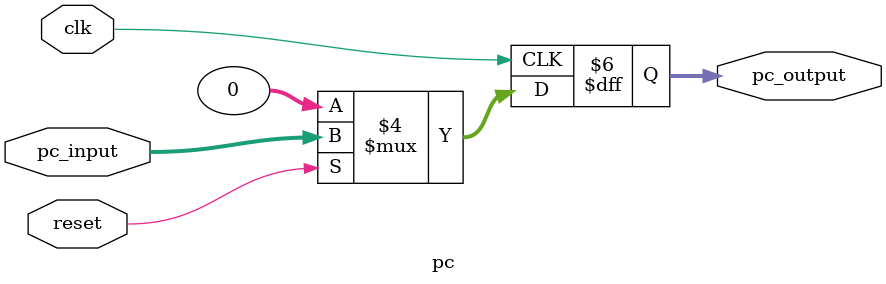
<source format=v>
module pc(
    input clk,
    input reset,
    input [31:0]pc_input,
    output reg [31:0] pc_output
    );

always@(posedge clk)
    begin
        if(~reset)
            begin
                pc_output <= 32'b0;
            end
        else
            begin
                pc_output <= pc_input;
            end             
    end
endmodule
</source>
